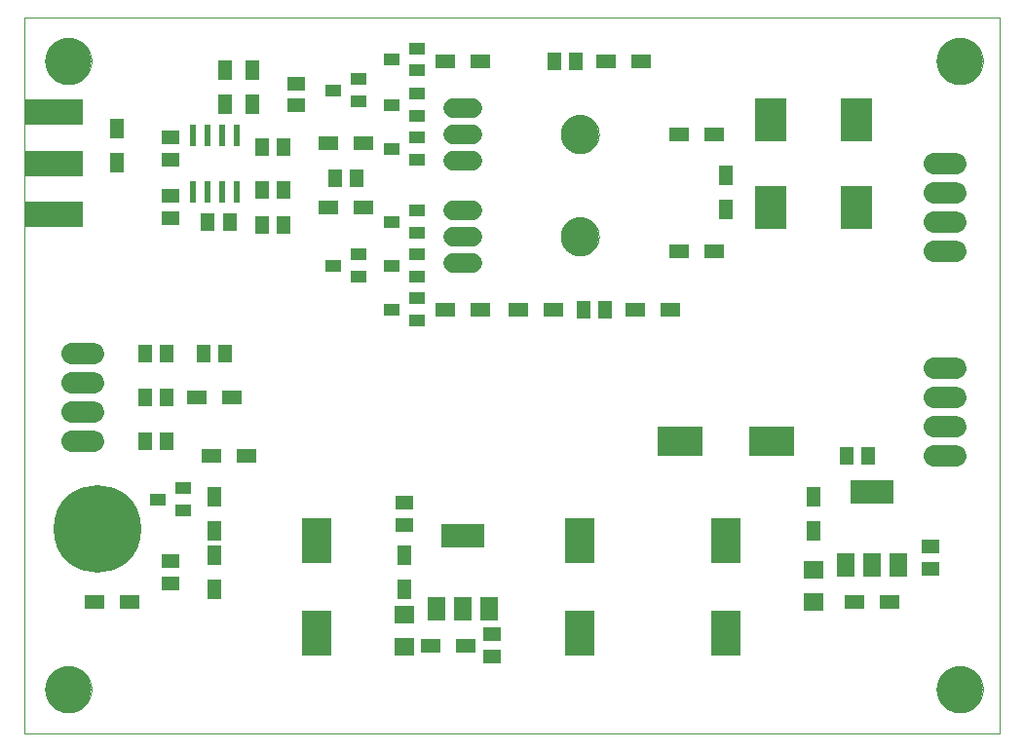
<source format=gts>
G75*
%MOIN*%
%OFA0B0*%
%FSLAX25Y25*%
%IPPOS*%
%LPD*%
%AMOC8*
5,1,8,0,0,1.08239X$1,22.5*
%
%ADD10C,0.00000*%
%ADD11C,0.15748*%
%ADD12R,0.05118X0.05906*%
%ADD13R,0.05906X0.05118*%
%ADD14R,0.07087X0.04724*%
%ADD15R,0.04724X0.07087*%
%ADD16R,0.05512X0.03937*%
%ADD17C,0.06600*%
%ADD18C,0.13000*%
%ADD19R,0.02200X0.07800*%
%ADD20R,0.20000X0.09000*%
%ADD21R,0.15748X0.09843*%
%ADD22R,0.09843X0.15748*%
%ADD23C,0.07400*%
%ADD24R,0.07087X0.06299*%
%ADD25R,0.05906X0.07874*%
%ADD26R,0.14961X0.07874*%
%ADD27R,0.11024X0.14961*%
%ADD28C,0.30000*%
D10*
X0098342Y0038933D02*
X0098342Y0283894D01*
X0432043Y0283894D01*
X0432043Y0038933D01*
X0098342Y0038933D01*
X0105468Y0053933D02*
X0105470Y0054126D01*
X0105477Y0054319D01*
X0105489Y0054512D01*
X0105506Y0054705D01*
X0105527Y0054897D01*
X0105553Y0055088D01*
X0105584Y0055279D01*
X0105619Y0055469D01*
X0105659Y0055658D01*
X0105704Y0055846D01*
X0105753Y0056033D01*
X0105807Y0056219D01*
X0105865Y0056403D01*
X0105928Y0056586D01*
X0105996Y0056767D01*
X0106067Y0056946D01*
X0106144Y0057124D01*
X0106224Y0057300D01*
X0106309Y0057473D01*
X0106398Y0057645D01*
X0106491Y0057814D01*
X0106588Y0057981D01*
X0106690Y0058146D01*
X0106795Y0058308D01*
X0106904Y0058467D01*
X0107018Y0058624D01*
X0107135Y0058777D01*
X0107255Y0058928D01*
X0107380Y0059076D01*
X0107508Y0059221D01*
X0107639Y0059362D01*
X0107774Y0059501D01*
X0107913Y0059636D01*
X0108054Y0059767D01*
X0108199Y0059895D01*
X0108347Y0060020D01*
X0108498Y0060140D01*
X0108651Y0060257D01*
X0108808Y0060371D01*
X0108967Y0060480D01*
X0109129Y0060585D01*
X0109294Y0060687D01*
X0109461Y0060784D01*
X0109630Y0060877D01*
X0109802Y0060966D01*
X0109975Y0061051D01*
X0110151Y0061131D01*
X0110329Y0061208D01*
X0110508Y0061279D01*
X0110689Y0061347D01*
X0110872Y0061410D01*
X0111056Y0061468D01*
X0111242Y0061522D01*
X0111429Y0061571D01*
X0111617Y0061616D01*
X0111806Y0061656D01*
X0111996Y0061691D01*
X0112187Y0061722D01*
X0112378Y0061748D01*
X0112570Y0061769D01*
X0112763Y0061786D01*
X0112956Y0061798D01*
X0113149Y0061805D01*
X0113342Y0061807D01*
X0113535Y0061805D01*
X0113728Y0061798D01*
X0113921Y0061786D01*
X0114114Y0061769D01*
X0114306Y0061748D01*
X0114497Y0061722D01*
X0114688Y0061691D01*
X0114878Y0061656D01*
X0115067Y0061616D01*
X0115255Y0061571D01*
X0115442Y0061522D01*
X0115628Y0061468D01*
X0115812Y0061410D01*
X0115995Y0061347D01*
X0116176Y0061279D01*
X0116355Y0061208D01*
X0116533Y0061131D01*
X0116709Y0061051D01*
X0116882Y0060966D01*
X0117054Y0060877D01*
X0117223Y0060784D01*
X0117390Y0060687D01*
X0117555Y0060585D01*
X0117717Y0060480D01*
X0117876Y0060371D01*
X0118033Y0060257D01*
X0118186Y0060140D01*
X0118337Y0060020D01*
X0118485Y0059895D01*
X0118630Y0059767D01*
X0118771Y0059636D01*
X0118910Y0059501D01*
X0119045Y0059362D01*
X0119176Y0059221D01*
X0119304Y0059076D01*
X0119429Y0058928D01*
X0119549Y0058777D01*
X0119666Y0058624D01*
X0119780Y0058467D01*
X0119889Y0058308D01*
X0119994Y0058146D01*
X0120096Y0057981D01*
X0120193Y0057814D01*
X0120286Y0057645D01*
X0120375Y0057473D01*
X0120460Y0057300D01*
X0120540Y0057124D01*
X0120617Y0056946D01*
X0120688Y0056767D01*
X0120756Y0056586D01*
X0120819Y0056403D01*
X0120877Y0056219D01*
X0120931Y0056033D01*
X0120980Y0055846D01*
X0121025Y0055658D01*
X0121065Y0055469D01*
X0121100Y0055279D01*
X0121131Y0055088D01*
X0121157Y0054897D01*
X0121178Y0054705D01*
X0121195Y0054512D01*
X0121207Y0054319D01*
X0121214Y0054126D01*
X0121216Y0053933D01*
X0121214Y0053740D01*
X0121207Y0053547D01*
X0121195Y0053354D01*
X0121178Y0053161D01*
X0121157Y0052969D01*
X0121131Y0052778D01*
X0121100Y0052587D01*
X0121065Y0052397D01*
X0121025Y0052208D01*
X0120980Y0052020D01*
X0120931Y0051833D01*
X0120877Y0051647D01*
X0120819Y0051463D01*
X0120756Y0051280D01*
X0120688Y0051099D01*
X0120617Y0050920D01*
X0120540Y0050742D01*
X0120460Y0050566D01*
X0120375Y0050393D01*
X0120286Y0050221D01*
X0120193Y0050052D01*
X0120096Y0049885D01*
X0119994Y0049720D01*
X0119889Y0049558D01*
X0119780Y0049399D01*
X0119666Y0049242D01*
X0119549Y0049089D01*
X0119429Y0048938D01*
X0119304Y0048790D01*
X0119176Y0048645D01*
X0119045Y0048504D01*
X0118910Y0048365D01*
X0118771Y0048230D01*
X0118630Y0048099D01*
X0118485Y0047971D01*
X0118337Y0047846D01*
X0118186Y0047726D01*
X0118033Y0047609D01*
X0117876Y0047495D01*
X0117717Y0047386D01*
X0117555Y0047281D01*
X0117390Y0047179D01*
X0117223Y0047082D01*
X0117054Y0046989D01*
X0116882Y0046900D01*
X0116709Y0046815D01*
X0116533Y0046735D01*
X0116355Y0046658D01*
X0116176Y0046587D01*
X0115995Y0046519D01*
X0115812Y0046456D01*
X0115628Y0046398D01*
X0115442Y0046344D01*
X0115255Y0046295D01*
X0115067Y0046250D01*
X0114878Y0046210D01*
X0114688Y0046175D01*
X0114497Y0046144D01*
X0114306Y0046118D01*
X0114114Y0046097D01*
X0113921Y0046080D01*
X0113728Y0046068D01*
X0113535Y0046061D01*
X0113342Y0046059D01*
X0113149Y0046061D01*
X0112956Y0046068D01*
X0112763Y0046080D01*
X0112570Y0046097D01*
X0112378Y0046118D01*
X0112187Y0046144D01*
X0111996Y0046175D01*
X0111806Y0046210D01*
X0111617Y0046250D01*
X0111429Y0046295D01*
X0111242Y0046344D01*
X0111056Y0046398D01*
X0110872Y0046456D01*
X0110689Y0046519D01*
X0110508Y0046587D01*
X0110329Y0046658D01*
X0110151Y0046735D01*
X0109975Y0046815D01*
X0109802Y0046900D01*
X0109630Y0046989D01*
X0109461Y0047082D01*
X0109294Y0047179D01*
X0109129Y0047281D01*
X0108967Y0047386D01*
X0108808Y0047495D01*
X0108651Y0047609D01*
X0108498Y0047726D01*
X0108347Y0047846D01*
X0108199Y0047971D01*
X0108054Y0048099D01*
X0107913Y0048230D01*
X0107774Y0048365D01*
X0107639Y0048504D01*
X0107508Y0048645D01*
X0107380Y0048790D01*
X0107255Y0048938D01*
X0107135Y0049089D01*
X0107018Y0049242D01*
X0106904Y0049399D01*
X0106795Y0049558D01*
X0106690Y0049720D01*
X0106588Y0049885D01*
X0106491Y0050052D01*
X0106398Y0050221D01*
X0106309Y0050393D01*
X0106224Y0050566D01*
X0106144Y0050742D01*
X0106067Y0050920D01*
X0105996Y0051099D01*
X0105928Y0051280D01*
X0105865Y0051463D01*
X0105807Y0051647D01*
X0105753Y0051833D01*
X0105704Y0052020D01*
X0105659Y0052208D01*
X0105619Y0052397D01*
X0105584Y0052587D01*
X0105553Y0052778D01*
X0105527Y0052969D01*
X0105506Y0053161D01*
X0105489Y0053354D01*
X0105477Y0053547D01*
X0105470Y0053740D01*
X0105468Y0053933D01*
X0281842Y0208933D02*
X0281844Y0209094D01*
X0281850Y0209254D01*
X0281860Y0209415D01*
X0281874Y0209575D01*
X0281892Y0209735D01*
X0281913Y0209894D01*
X0281939Y0210053D01*
X0281969Y0210211D01*
X0282002Y0210368D01*
X0282040Y0210525D01*
X0282081Y0210680D01*
X0282126Y0210834D01*
X0282175Y0210987D01*
X0282228Y0211139D01*
X0282284Y0211290D01*
X0282345Y0211439D01*
X0282408Y0211587D01*
X0282476Y0211733D01*
X0282547Y0211877D01*
X0282621Y0212019D01*
X0282699Y0212160D01*
X0282781Y0212298D01*
X0282866Y0212435D01*
X0282954Y0212569D01*
X0283046Y0212701D01*
X0283141Y0212831D01*
X0283239Y0212959D01*
X0283340Y0213084D01*
X0283444Y0213206D01*
X0283551Y0213326D01*
X0283661Y0213443D01*
X0283774Y0213558D01*
X0283890Y0213669D01*
X0284009Y0213778D01*
X0284130Y0213883D01*
X0284254Y0213986D01*
X0284380Y0214086D01*
X0284508Y0214182D01*
X0284639Y0214275D01*
X0284773Y0214365D01*
X0284908Y0214452D01*
X0285046Y0214535D01*
X0285185Y0214615D01*
X0285327Y0214691D01*
X0285470Y0214764D01*
X0285615Y0214833D01*
X0285762Y0214899D01*
X0285910Y0214961D01*
X0286060Y0215019D01*
X0286211Y0215074D01*
X0286364Y0215125D01*
X0286518Y0215172D01*
X0286673Y0215215D01*
X0286829Y0215254D01*
X0286985Y0215290D01*
X0287143Y0215321D01*
X0287301Y0215349D01*
X0287460Y0215373D01*
X0287620Y0215393D01*
X0287780Y0215409D01*
X0287940Y0215421D01*
X0288101Y0215429D01*
X0288262Y0215433D01*
X0288422Y0215433D01*
X0288583Y0215429D01*
X0288744Y0215421D01*
X0288904Y0215409D01*
X0289064Y0215393D01*
X0289224Y0215373D01*
X0289383Y0215349D01*
X0289541Y0215321D01*
X0289699Y0215290D01*
X0289855Y0215254D01*
X0290011Y0215215D01*
X0290166Y0215172D01*
X0290320Y0215125D01*
X0290473Y0215074D01*
X0290624Y0215019D01*
X0290774Y0214961D01*
X0290922Y0214899D01*
X0291069Y0214833D01*
X0291214Y0214764D01*
X0291357Y0214691D01*
X0291499Y0214615D01*
X0291638Y0214535D01*
X0291776Y0214452D01*
X0291911Y0214365D01*
X0292045Y0214275D01*
X0292176Y0214182D01*
X0292304Y0214086D01*
X0292430Y0213986D01*
X0292554Y0213883D01*
X0292675Y0213778D01*
X0292794Y0213669D01*
X0292910Y0213558D01*
X0293023Y0213443D01*
X0293133Y0213326D01*
X0293240Y0213206D01*
X0293344Y0213084D01*
X0293445Y0212959D01*
X0293543Y0212831D01*
X0293638Y0212701D01*
X0293730Y0212569D01*
X0293818Y0212435D01*
X0293903Y0212298D01*
X0293985Y0212160D01*
X0294063Y0212019D01*
X0294137Y0211877D01*
X0294208Y0211733D01*
X0294276Y0211587D01*
X0294339Y0211439D01*
X0294400Y0211290D01*
X0294456Y0211139D01*
X0294509Y0210987D01*
X0294558Y0210834D01*
X0294603Y0210680D01*
X0294644Y0210525D01*
X0294682Y0210368D01*
X0294715Y0210211D01*
X0294745Y0210053D01*
X0294771Y0209894D01*
X0294792Y0209735D01*
X0294810Y0209575D01*
X0294824Y0209415D01*
X0294834Y0209254D01*
X0294840Y0209094D01*
X0294842Y0208933D01*
X0294840Y0208772D01*
X0294834Y0208612D01*
X0294824Y0208451D01*
X0294810Y0208291D01*
X0294792Y0208131D01*
X0294771Y0207972D01*
X0294745Y0207813D01*
X0294715Y0207655D01*
X0294682Y0207498D01*
X0294644Y0207341D01*
X0294603Y0207186D01*
X0294558Y0207032D01*
X0294509Y0206879D01*
X0294456Y0206727D01*
X0294400Y0206576D01*
X0294339Y0206427D01*
X0294276Y0206279D01*
X0294208Y0206133D01*
X0294137Y0205989D01*
X0294063Y0205847D01*
X0293985Y0205706D01*
X0293903Y0205568D01*
X0293818Y0205431D01*
X0293730Y0205297D01*
X0293638Y0205165D01*
X0293543Y0205035D01*
X0293445Y0204907D01*
X0293344Y0204782D01*
X0293240Y0204660D01*
X0293133Y0204540D01*
X0293023Y0204423D01*
X0292910Y0204308D01*
X0292794Y0204197D01*
X0292675Y0204088D01*
X0292554Y0203983D01*
X0292430Y0203880D01*
X0292304Y0203780D01*
X0292176Y0203684D01*
X0292045Y0203591D01*
X0291911Y0203501D01*
X0291776Y0203414D01*
X0291638Y0203331D01*
X0291499Y0203251D01*
X0291357Y0203175D01*
X0291214Y0203102D01*
X0291069Y0203033D01*
X0290922Y0202967D01*
X0290774Y0202905D01*
X0290624Y0202847D01*
X0290473Y0202792D01*
X0290320Y0202741D01*
X0290166Y0202694D01*
X0290011Y0202651D01*
X0289855Y0202612D01*
X0289699Y0202576D01*
X0289541Y0202545D01*
X0289383Y0202517D01*
X0289224Y0202493D01*
X0289064Y0202473D01*
X0288904Y0202457D01*
X0288744Y0202445D01*
X0288583Y0202437D01*
X0288422Y0202433D01*
X0288262Y0202433D01*
X0288101Y0202437D01*
X0287940Y0202445D01*
X0287780Y0202457D01*
X0287620Y0202473D01*
X0287460Y0202493D01*
X0287301Y0202517D01*
X0287143Y0202545D01*
X0286985Y0202576D01*
X0286829Y0202612D01*
X0286673Y0202651D01*
X0286518Y0202694D01*
X0286364Y0202741D01*
X0286211Y0202792D01*
X0286060Y0202847D01*
X0285910Y0202905D01*
X0285762Y0202967D01*
X0285615Y0203033D01*
X0285470Y0203102D01*
X0285327Y0203175D01*
X0285185Y0203251D01*
X0285046Y0203331D01*
X0284908Y0203414D01*
X0284773Y0203501D01*
X0284639Y0203591D01*
X0284508Y0203684D01*
X0284380Y0203780D01*
X0284254Y0203880D01*
X0284130Y0203983D01*
X0284009Y0204088D01*
X0283890Y0204197D01*
X0283774Y0204308D01*
X0283661Y0204423D01*
X0283551Y0204540D01*
X0283444Y0204660D01*
X0283340Y0204782D01*
X0283239Y0204907D01*
X0283141Y0205035D01*
X0283046Y0205165D01*
X0282954Y0205297D01*
X0282866Y0205431D01*
X0282781Y0205568D01*
X0282699Y0205706D01*
X0282621Y0205847D01*
X0282547Y0205989D01*
X0282476Y0206133D01*
X0282408Y0206279D01*
X0282345Y0206427D01*
X0282284Y0206576D01*
X0282228Y0206727D01*
X0282175Y0206879D01*
X0282126Y0207032D01*
X0282081Y0207186D01*
X0282040Y0207341D01*
X0282002Y0207498D01*
X0281969Y0207655D01*
X0281939Y0207813D01*
X0281913Y0207972D01*
X0281892Y0208131D01*
X0281874Y0208291D01*
X0281860Y0208451D01*
X0281850Y0208612D01*
X0281844Y0208772D01*
X0281842Y0208933D01*
X0281842Y0243933D02*
X0281844Y0244094D01*
X0281850Y0244254D01*
X0281860Y0244415D01*
X0281874Y0244575D01*
X0281892Y0244735D01*
X0281913Y0244894D01*
X0281939Y0245053D01*
X0281969Y0245211D01*
X0282002Y0245368D01*
X0282040Y0245525D01*
X0282081Y0245680D01*
X0282126Y0245834D01*
X0282175Y0245987D01*
X0282228Y0246139D01*
X0282284Y0246290D01*
X0282345Y0246439D01*
X0282408Y0246587D01*
X0282476Y0246733D01*
X0282547Y0246877D01*
X0282621Y0247019D01*
X0282699Y0247160D01*
X0282781Y0247298D01*
X0282866Y0247435D01*
X0282954Y0247569D01*
X0283046Y0247701D01*
X0283141Y0247831D01*
X0283239Y0247959D01*
X0283340Y0248084D01*
X0283444Y0248206D01*
X0283551Y0248326D01*
X0283661Y0248443D01*
X0283774Y0248558D01*
X0283890Y0248669D01*
X0284009Y0248778D01*
X0284130Y0248883D01*
X0284254Y0248986D01*
X0284380Y0249086D01*
X0284508Y0249182D01*
X0284639Y0249275D01*
X0284773Y0249365D01*
X0284908Y0249452D01*
X0285046Y0249535D01*
X0285185Y0249615D01*
X0285327Y0249691D01*
X0285470Y0249764D01*
X0285615Y0249833D01*
X0285762Y0249899D01*
X0285910Y0249961D01*
X0286060Y0250019D01*
X0286211Y0250074D01*
X0286364Y0250125D01*
X0286518Y0250172D01*
X0286673Y0250215D01*
X0286829Y0250254D01*
X0286985Y0250290D01*
X0287143Y0250321D01*
X0287301Y0250349D01*
X0287460Y0250373D01*
X0287620Y0250393D01*
X0287780Y0250409D01*
X0287940Y0250421D01*
X0288101Y0250429D01*
X0288262Y0250433D01*
X0288422Y0250433D01*
X0288583Y0250429D01*
X0288744Y0250421D01*
X0288904Y0250409D01*
X0289064Y0250393D01*
X0289224Y0250373D01*
X0289383Y0250349D01*
X0289541Y0250321D01*
X0289699Y0250290D01*
X0289855Y0250254D01*
X0290011Y0250215D01*
X0290166Y0250172D01*
X0290320Y0250125D01*
X0290473Y0250074D01*
X0290624Y0250019D01*
X0290774Y0249961D01*
X0290922Y0249899D01*
X0291069Y0249833D01*
X0291214Y0249764D01*
X0291357Y0249691D01*
X0291499Y0249615D01*
X0291638Y0249535D01*
X0291776Y0249452D01*
X0291911Y0249365D01*
X0292045Y0249275D01*
X0292176Y0249182D01*
X0292304Y0249086D01*
X0292430Y0248986D01*
X0292554Y0248883D01*
X0292675Y0248778D01*
X0292794Y0248669D01*
X0292910Y0248558D01*
X0293023Y0248443D01*
X0293133Y0248326D01*
X0293240Y0248206D01*
X0293344Y0248084D01*
X0293445Y0247959D01*
X0293543Y0247831D01*
X0293638Y0247701D01*
X0293730Y0247569D01*
X0293818Y0247435D01*
X0293903Y0247298D01*
X0293985Y0247160D01*
X0294063Y0247019D01*
X0294137Y0246877D01*
X0294208Y0246733D01*
X0294276Y0246587D01*
X0294339Y0246439D01*
X0294400Y0246290D01*
X0294456Y0246139D01*
X0294509Y0245987D01*
X0294558Y0245834D01*
X0294603Y0245680D01*
X0294644Y0245525D01*
X0294682Y0245368D01*
X0294715Y0245211D01*
X0294745Y0245053D01*
X0294771Y0244894D01*
X0294792Y0244735D01*
X0294810Y0244575D01*
X0294824Y0244415D01*
X0294834Y0244254D01*
X0294840Y0244094D01*
X0294842Y0243933D01*
X0294840Y0243772D01*
X0294834Y0243612D01*
X0294824Y0243451D01*
X0294810Y0243291D01*
X0294792Y0243131D01*
X0294771Y0242972D01*
X0294745Y0242813D01*
X0294715Y0242655D01*
X0294682Y0242498D01*
X0294644Y0242341D01*
X0294603Y0242186D01*
X0294558Y0242032D01*
X0294509Y0241879D01*
X0294456Y0241727D01*
X0294400Y0241576D01*
X0294339Y0241427D01*
X0294276Y0241279D01*
X0294208Y0241133D01*
X0294137Y0240989D01*
X0294063Y0240847D01*
X0293985Y0240706D01*
X0293903Y0240568D01*
X0293818Y0240431D01*
X0293730Y0240297D01*
X0293638Y0240165D01*
X0293543Y0240035D01*
X0293445Y0239907D01*
X0293344Y0239782D01*
X0293240Y0239660D01*
X0293133Y0239540D01*
X0293023Y0239423D01*
X0292910Y0239308D01*
X0292794Y0239197D01*
X0292675Y0239088D01*
X0292554Y0238983D01*
X0292430Y0238880D01*
X0292304Y0238780D01*
X0292176Y0238684D01*
X0292045Y0238591D01*
X0291911Y0238501D01*
X0291776Y0238414D01*
X0291638Y0238331D01*
X0291499Y0238251D01*
X0291357Y0238175D01*
X0291214Y0238102D01*
X0291069Y0238033D01*
X0290922Y0237967D01*
X0290774Y0237905D01*
X0290624Y0237847D01*
X0290473Y0237792D01*
X0290320Y0237741D01*
X0290166Y0237694D01*
X0290011Y0237651D01*
X0289855Y0237612D01*
X0289699Y0237576D01*
X0289541Y0237545D01*
X0289383Y0237517D01*
X0289224Y0237493D01*
X0289064Y0237473D01*
X0288904Y0237457D01*
X0288744Y0237445D01*
X0288583Y0237437D01*
X0288422Y0237433D01*
X0288262Y0237433D01*
X0288101Y0237437D01*
X0287940Y0237445D01*
X0287780Y0237457D01*
X0287620Y0237473D01*
X0287460Y0237493D01*
X0287301Y0237517D01*
X0287143Y0237545D01*
X0286985Y0237576D01*
X0286829Y0237612D01*
X0286673Y0237651D01*
X0286518Y0237694D01*
X0286364Y0237741D01*
X0286211Y0237792D01*
X0286060Y0237847D01*
X0285910Y0237905D01*
X0285762Y0237967D01*
X0285615Y0238033D01*
X0285470Y0238102D01*
X0285327Y0238175D01*
X0285185Y0238251D01*
X0285046Y0238331D01*
X0284908Y0238414D01*
X0284773Y0238501D01*
X0284639Y0238591D01*
X0284508Y0238684D01*
X0284380Y0238780D01*
X0284254Y0238880D01*
X0284130Y0238983D01*
X0284009Y0239088D01*
X0283890Y0239197D01*
X0283774Y0239308D01*
X0283661Y0239423D01*
X0283551Y0239540D01*
X0283444Y0239660D01*
X0283340Y0239782D01*
X0283239Y0239907D01*
X0283141Y0240035D01*
X0283046Y0240165D01*
X0282954Y0240297D01*
X0282866Y0240431D01*
X0282781Y0240568D01*
X0282699Y0240706D01*
X0282621Y0240847D01*
X0282547Y0240989D01*
X0282476Y0241133D01*
X0282408Y0241279D01*
X0282345Y0241427D01*
X0282284Y0241576D01*
X0282228Y0241727D01*
X0282175Y0241879D01*
X0282126Y0242032D01*
X0282081Y0242186D01*
X0282040Y0242341D01*
X0282002Y0242498D01*
X0281969Y0242655D01*
X0281939Y0242813D01*
X0281913Y0242972D01*
X0281892Y0243131D01*
X0281874Y0243291D01*
X0281860Y0243451D01*
X0281850Y0243612D01*
X0281844Y0243772D01*
X0281842Y0243933D01*
X0410468Y0268933D02*
X0410470Y0269126D01*
X0410477Y0269319D01*
X0410489Y0269512D01*
X0410506Y0269705D01*
X0410527Y0269897D01*
X0410553Y0270088D01*
X0410584Y0270279D01*
X0410619Y0270469D01*
X0410659Y0270658D01*
X0410704Y0270846D01*
X0410753Y0271033D01*
X0410807Y0271219D01*
X0410865Y0271403D01*
X0410928Y0271586D01*
X0410996Y0271767D01*
X0411067Y0271946D01*
X0411144Y0272124D01*
X0411224Y0272300D01*
X0411309Y0272473D01*
X0411398Y0272645D01*
X0411491Y0272814D01*
X0411588Y0272981D01*
X0411690Y0273146D01*
X0411795Y0273308D01*
X0411904Y0273467D01*
X0412018Y0273624D01*
X0412135Y0273777D01*
X0412255Y0273928D01*
X0412380Y0274076D01*
X0412508Y0274221D01*
X0412639Y0274362D01*
X0412774Y0274501D01*
X0412913Y0274636D01*
X0413054Y0274767D01*
X0413199Y0274895D01*
X0413347Y0275020D01*
X0413498Y0275140D01*
X0413651Y0275257D01*
X0413808Y0275371D01*
X0413967Y0275480D01*
X0414129Y0275585D01*
X0414294Y0275687D01*
X0414461Y0275784D01*
X0414630Y0275877D01*
X0414802Y0275966D01*
X0414975Y0276051D01*
X0415151Y0276131D01*
X0415329Y0276208D01*
X0415508Y0276279D01*
X0415689Y0276347D01*
X0415872Y0276410D01*
X0416056Y0276468D01*
X0416242Y0276522D01*
X0416429Y0276571D01*
X0416617Y0276616D01*
X0416806Y0276656D01*
X0416996Y0276691D01*
X0417187Y0276722D01*
X0417378Y0276748D01*
X0417570Y0276769D01*
X0417763Y0276786D01*
X0417956Y0276798D01*
X0418149Y0276805D01*
X0418342Y0276807D01*
X0418535Y0276805D01*
X0418728Y0276798D01*
X0418921Y0276786D01*
X0419114Y0276769D01*
X0419306Y0276748D01*
X0419497Y0276722D01*
X0419688Y0276691D01*
X0419878Y0276656D01*
X0420067Y0276616D01*
X0420255Y0276571D01*
X0420442Y0276522D01*
X0420628Y0276468D01*
X0420812Y0276410D01*
X0420995Y0276347D01*
X0421176Y0276279D01*
X0421355Y0276208D01*
X0421533Y0276131D01*
X0421709Y0276051D01*
X0421882Y0275966D01*
X0422054Y0275877D01*
X0422223Y0275784D01*
X0422390Y0275687D01*
X0422555Y0275585D01*
X0422717Y0275480D01*
X0422876Y0275371D01*
X0423033Y0275257D01*
X0423186Y0275140D01*
X0423337Y0275020D01*
X0423485Y0274895D01*
X0423630Y0274767D01*
X0423771Y0274636D01*
X0423910Y0274501D01*
X0424045Y0274362D01*
X0424176Y0274221D01*
X0424304Y0274076D01*
X0424429Y0273928D01*
X0424549Y0273777D01*
X0424666Y0273624D01*
X0424780Y0273467D01*
X0424889Y0273308D01*
X0424994Y0273146D01*
X0425096Y0272981D01*
X0425193Y0272814D01*
X0425286Y0272645D01*
X0425375Y0272473D01*
X0425460Y0272300D01*
X0425540Y0272124D01*
X0425617Y0271946D01*
X0425688Y0271767D01*
X0425756Y0271586D01*
X0425819Y0271403D01*
X0425877Y0271219D01*
X0425931Y0271033D01*
X0425980Y0270846D01*
X0426025Y0270658D01*
X0426065Y0270469D01*
X0426100Y0270279D01*
X0426131Y0270088D01*
X0426157Y0269897D01*
X0426178Y0269705D01*
X0426195Y0269512D01*
X0426207Y0269319D01*
X0426214Y0269126D01*
X0426216Y0268933D01*
X0426214Y0268740D01*
X0426207Y0268547D01*
X0426195Y0268354D01*
X0426178Y0268161D01*
X0426157Y0267969D01*
X0426131Y0267778D01*
X0426100Y0267587D01*
X0426065Y0267397D01*
X0426025Y0267208D01*
X0425980Y0267020D01*
X0425931Y0266833D01*
X0425877Y0266647D01*
X0425819Y0266463D01*
X0425756Y0266280D01*
X0425688Y0266099D01*
X0425617Y0265920D01*
X0425540Y0265742D01*
X0425460Y0265566D01*
X0425375Y0265393D01*
X0425286Y0265221D01*
X0425193Y0265052D01*
X0425096Y0264885D01*
X0424994Y0264720D01*
X0424889Y0264558D01*
X0424780Y0264399D01*
X0424666Y0264242D01*
X0424549Y0264089D01*
X0424429Y0263938D01*
X0424304Y0263790D01*
X0424176Y0263645D01*
X0424045Y0263504D01*
X0423910Y0263365D01*
X0423771Y0263230D01*
X0423630Y0263099D01*
X0423485Y0262971D01*
X0423337Y0262846D01*
X0423186Y0262726D01*
X0423033Y0262609D01*
X0422876Y0262495D01*
X0422717Y0262386D01*
X0422555Y0262281D01*
X0422390Y0262179D01*
X0422223Y0262082D01*
X0422054Y0261989D01*
X0421882Y0261900D01*
X0421709Y0261815D01*
X0421533Y0261735D01*
X0421355Y0261658D01*
X0421176Y0261587D01*
X0420995Y0261519D01*
X0420812Y0261456D01*
X0420628Y0261398D01*
X0420442Y0261344D01*
X0420255Y0261295D01*
X0420067Y0261250D01*
X0419878Y0261210D01*
X0419688Y0261175D01*
X0419497Y0261144D01*
X0419306Y0261118D01*
X0419114Y0261097D01*
X0418921Y0261080D01*
X0418728Y0261068D01*
X0418535Y0261061D01*
X0418342Y0261059D01*
X0418149Y0261061D01*
X0417956Y0261068D01*
X0417763Y0261080D01*
X0417570Y0261097D01*
X0417378Y0261118D01*
X0417187Y0261144D01*
X0416996Y0261175D01*
X0416806Y0261210D01*
X0416617Y0261250D01*
X0416429Y0261295D01*
X0416242Y0261344D01*
X0416056Y0261398D01*
X0415872Y0261456D01*
X0415689Y0261519D01*
X0415508Y0261587D01*
X0415329Y0261658D01*
X0415151Y0261735D01*
X0414975Y0261815D01*
X0414802Y0261900D01*
X0414630Y0261989D01*
X0414461Y0262082D01*
X0414294Y0262179D01*
X0414129Y0262281D01*
X0413967Y0262386D01*
X0413808Y0262495D01*
X0413651Y0262609D01*
X0413498Y0262726D01*
X0413347Y0262846D01*
X0413199Y0262971D01*
X0413054Y0263099D01*
X0412913Y0263230D01*
X0412774Y0263365D01*
X0412639Y0263504D01*
X0412508Y0263645D01*
X0412380Y0263790D01*
X0412255Y0263938D01*
X0412135Y0264089D01*
X0412018Y0264242D01*
X0411904Y0264399D01*
X0411795Y0264558D01*
X0411690Y0264720D01*
X0411588Y0264885D01*
X0411491Y0265052D01*
X0411398Y0265221D01*
X0411309Y0265393D01*
X0411224Y0265566D01*
X0411144Y0265742D01*
X0411067Y0265920D01*
X0410996Y0266099D01*
X0410928Y0266280D01*
X0410865Y0266463D01*
X0410807Y0266647D01*
X0410753Y0266833D01*
X0410704Y0267020D01*
X0410659Y0267208D01*
X0410619Y0267397D01*
X0410584Y0267587D01*
X0410553Y0267778D01*
X0410527Y0267969D01*
X0410506Y0268161D01*
X0410489Y0268354D01*
X0410477Y0268547D01*
X0410470Y0268740D01*
X0410468Y0268933D01*
X0105468Y0268933D02*
X0105470Y0269126D01*
X0105477Y0269319D01*
X0105489Y0269512D01*
X0105506Y0269705D01*
X0105527Y0269897D01*
X0105553Y0270088D01*
X0105584Y0270279D01*
X0105619Y0270469D01*
X0105659Y0270658D01*
X0105704Y0270846D01*
X0105753Y0271033D01*
X0105807Y0271219D01*
X0105865Y0271403D01*
X0105928Y0271586D01*
X0105996Y0271767D01*
X0106067Y0271946D01*
X0106144Y0272124D01*
X0106224Y0272300D01*
X0106309Y0272473D01*
X0106398Y0272645D01*
X0106491Y0272814D01*
X0106588Y0272981D01*
X0106690Y0273146D01*
X0106795Y0273308D01*
X0106904Y0273467D01*
X0107018Y0273624D01*
X0107135Y0273777D01*
X0107255Y0273928D01*
X0107380Y0274076D01*
X0107508Y0274221D01*
X0107639Y0274362D01*
X0107774Y0274501D01*
X0107913Y0274636D01*
X0108054Y0274767D01*
X0108199Y0274895D01*
X0108347Y0275020D01*
X0108498Y0275140D01*
X0108651Y0275257D01*
X0108808Y0275371D01*
X0108967Y0275480D01*
X0109129Y0275585D01*
X0109294Y0275687D01*
X0109461Y0275784D01*
X0109630Y0275877D01*
X0109802Y0275966D01*
X0109975Y0276051D01*
X0110151Y0276131D01*
X0110329Y0276208D01*
X0110508Y0276279D01*
X0110689Y0276347D01*
X0110872Y0276410D01*
X0111056Y0276468D01*
X0111242Y0276522D01*
X0111429Y0276571D01*
X0111617Y0276616D01*
X0111806Y0276656D01*
X0111996Y0276691D01*
X0112187Y0276722D01*
X0112378Y0276748D01*
X0112570Y0276769D01*
X0112763Y0276786D01*
X0112956Y0276798D01*
X0113149Y0276805D01*
X0113342Y0276807D01*
X0113535Y0276805D01*
X0113728Y0276798D01*
X0113921Y0276786D01*
X0114114Y0276769D01*
X0114306Y0276748D01*
X0114497Y0276722D01*
X0114688Y0276691D01*
X0114878Y0276656D01*
X0115067Y0276616D01*
X0115255Y0276571D01*
X0115442Y0276522D01*
X0115628Y0276468D01*
X0115812Y0276410D01*
X0115995Y0276347D01*
X0116176Y0276279D01*
X0116355Y0276208D01*
X0116533Y0276131D01*
X0116709Y0276051D01*
X0116882Y0275966D01*
X0117054Y0275877D01*
X0117223Y0275784D01*
X0117390Y0275687D01*
X0117555Y0275585D01*
X0117717Y0275480D01*
X0117876Y0275371D01*
X0118033Y0275257D01*
X0118186Y0275140D01*
X0118337Y0275020D01*
X0118485Y0274895D01*
X0118630Y0274767D01*
X0118771Y0274636D01*
X0118910Y0274501D01*
X0119045Y0274362D01*
X0119176Y0274221D01*
X0119304Y0274076D01*
X0119429Y0273928D01*
X0119549Y0273777D01*
X0119666Y0273624D01*
X0119780Y0273467D01*
X0119889Y0273308D01*
X0119994Y0273146D01*
X0120096Y0272981D01*
X0120193Y0272814D01*
X0120286Y0272645D01*
X0120375Y0272473D01*
X0120460Y0272300D01*
X0120540Y0272124D01*
X0120617Y0271946D01*
X0120688Y0271767D01*
X0120756Y0271586D01*
X0120819Y0271403D01*
X0120877Y0271219D01*
X0120931Y0271033D01*
X0120980Y0270846D01*
X0121025Y0270658D01*
X0121065Y0270469D01*
X0121100Y0270279D01*
X0121131Y0270088D01*
X0121157Y0269897D01*
X0121178Y0269705D01*
X0121195Y0269512D01*
X0121207Y0269319D01*
X0121214Y0269126D01*
X0121216Y0268933D01*
X0121214Y0268740D01*
X0121207Y0268547D01*
X0121195Y0268354D01*
X0121178Y0268161D01*
X0121157Y0267969D01*
X0121131Y0267778D01*
X0121100Y0267587D01*
X0121065Y0267397D01*
X0121025Y0267208D01*
X0120980Y0267020D01*
X0120931Y0266833D01*
X0120877Y0266647D01*
X0120819Y0266463D01*
X0120756Y0266280D01*
X0120688Y0266099D01*
X0120617Y0265920D01*
X0120540Y0265742D01*
X0120460Y0265566D01*
X0120375Y0265393D01*
X0120286Y0265221D01*
X0120193Y0265052D01*
X0120096Y0264885D01*
X0119994Y0264720D01*
X0119889Y0264558D01*
X0119780Y0264399D01*
X0119666Y0264242D01*
X0119549Y0264089D01*
X0119429Y0263938D01*
X0119304Y0263790D01*
X0119176Y0263645D01*
X0119045Y0263504D01*
X0118910Y0263365D01*
X0118771Y0263230D01*
X0118630Y0263099D01*
X0118485Y0262971D01*
X0118337Y0262846D01*
X0118186Y0262726D01*
X0118033Y0262609D01*
X0117876Y0262495D01*
X0117717Y0262386D01*
X0117555Y0262281D01*
X0117390Y0262179D01*
X0117223Y0262082D01*
X0117054Y0261989D01*
X0116882Y0261900D01*
X0116709Y0261815D01*
X0116533Y0261735D01*
X0116355Y0261658D01*
X0116176Y0261587D01*
X0115995Y0261519D01*
X0115812Y0261456D01*
X0115628Y0261398D01*
X0115442Y0261344D01*
X0115255Y0261295D01*
X0115067Y0261250D01*
X0114878Y0261210D01*
X0114688Y0261175D01*
X0114497Y0261144D01*
X0114306Y0261118D01*
X0114114Y0261097D01*
X0113921Y0261080D01*
X0113728Y0261068D01*
X0113535Y0261061D01*
X0113342Y0261059D01*
X0113149Y0261061D01*
X0112956Y0261068D01*
X0112763Y0261080D01*
X0112570Y0261097D01*
X0112378Y0261118D01*
X0112187Y0261144D01*
X0111996Y0261175D01*
X0111806Y0261210D01*
X0111617Y0261250D01*
X0111429Y0261295D01*
X0111242Y0261344D01*
X0111056Y0261398D01*
X0110872Y0261456D01*
X0110689Y0261519D01*
X0110508Y0261587D01*
X0110329Y0261658D01*
X0110151Y0261735D01*
X0109975Y0261815D01*
X0109802Y0261900D01*
X0109630Y0261989D01*
X0109461Y0262082D01*
X0109294Y0262179D01*
X0109129Y0262281D01*
X0108967Y0262386D01*
X0108808Y0262495D01*
X0108651Y0262609D01*
X0108498Y0262726D01*
X0108347Y0262846D01*
X0108199Y0262971D01*
X0108054Y0263099D01*
X0107913Y0263230D01*
X0107774Y0263365D01*
X0107639Y0263504D01*
X0107508Y0263645D01*
X0107380Y0263790D01*
X0107255Y0263938D01*
X0107135Y0264089D01*
X0107018Y0264242D01*
X0106904Y0264399D01*
X0106795Y0264558D01*
X0106690Y0264720D01*
X0106588Y0264885D01*
X0106491Y0265052D01*
X0106398Y0265221D01*
X0106309Y0265393D01*
X0106224Y0265566D01*
X0106144Y0265742D01*
X0106067Y0265920D01*
X0105996Y0266099D01*
X0105928Y0266280D01*
X0105865Y0266463D01*
X0105807Y0266647D01*
X0105753Y0266833D01*
X0105704Y0267020D01*
X0105659Y0267208D01*
X0105619Y0267397D01*
X0105584Y0267587D01*
X0105553Y0267778D01*
X0105527Y0267969D01*
X0105506Y0268161D01*
X0105489Y0268354D01*
X0105477Y0268547D01*
X0105470Y0268740D01*
X0105468Y0268933D01*
X0098342Y0255933D02*
X0098342Y0211933D01*
X0410468Y0053933D02*
X0410470Y0054126D01*
X0410477Y0054319D01*
X0410489Y0054512D01*
X0410506Y0054705D01*
X0410527Y0054897D01*
X0410553Y0055088D01*
X0410584Y0055279D01*
X0410619Y0055469D01*
X0410659Y0055658D01*
X0410704Y0055846D01*
X0410753Y0056033D01*
X0410807Y0056219D01*
X0410865Y0056403D01*
X0410928Y0056586D01*
X0410996Y0056767D01*
X0411067Y0056946D01*
X0411144Y0057124D01*
X0411224Y0057300D01*
X0411309Y0057473D01*
X0411398Y0057645D01*
X0411491Y0057814D01*
X0411588Y0057981D01*
X0411690Y0058146D01*
X0411795Y0058308D01*
X0411904Y0058467D01*
X0412018Y0058624D01*
X0412135Y0058777D01*
X0412255Y0058928D01*
X0412380Y0059076D01*
X0412508Y0059221D01*
X0412639Y0059362D01*
X0412774Y0059501D01*
X0412913Y0059636D01*
X0413054Y0059767D01*
X0413199Y0059895D01*
X0413347Y0060020D01*
X0413498Y0060140D01*
X0413651Y0060257D01*
X0413808Y0060371D01*
X0413967Y0060480D01*
X0414129Y0060585D01*
X0414294Y0060687D01*
X0414461Y0060784D01*
X0414630Y0060877D01*
X0414802Y0060966D01*
X0414975Y0061051D01*
X0415151Y0061131D01*
X0415329Y0061208D01*
X0415508Y0061279D01*
X0415689Y0061347D01*
X0415872Y0061410D01*
X0416056Y0061468D01*
X0416242Y0061522D01*
X0416429Y0061571D01*
X0416617Y0061616D01*
X0416806Y0061656D01*
X0416996Y0061691D01*
X0417187Y0061722D01*
X0417378Y0061748D01*
X0417570Y0061769D01*
X0417763Y0061786D01*
X0417956Y0061798D01*
X0418149Y0061805D01*
X0418342Y0061807D01*
X0418535Y0061805D01*
X0418728Y0061798D01*
X0418921Y0061786D01*
X0419114Y0061769D01*
X0419306Y0061748D01*
X0419497Y0061722D01*
X0419688Y0061691D01*
X0419878Y0061656D01*
X0420067Y0061616D01*
X0420255Y0061571D01*
X0420442Y0061522D01*
X0420628Y0061468D01*
X0420812Y0061410D01*
X0420995Y0061347D01*
X0421176Y0061279D01*
X0421355Y0061208D01*
X0421533Y0061131D01*
X0421709Y0061051D01*
X0421882Y0060966D01*
X0422054Y0060877D01*
X0422223Y0060784D01*
X0422390Y0060687D01*
X0422555Y0060585D01*
X0422717Y0060480D01*
X0422876Y0060371D01*
X0423033Y0060257D01*
X0423186Y0060140D01*
X0423337Y0060020D01*
X0423485Y0059895D01*
X0423630Y0059767D01*
X0423771Y0059636D01*
X0423910Y0059501D01*
X0424045Y0059362D01*
X0424176Y0059221D01*
X0424304Y0059076D01*
X0424429Y0058928D01*
X0424549Y0058777D01*
X0424666Y0058624D01*
X0424780Y0058467D01*
X0424889Y0058308D01*
X0424994Y0058146D01*
X0425096Y0057981D01*
X0425193Y0057814D01*
X0425286Y0057645D01*
X0425375Y0057473D01*
X0425460Y0057300D01*
X0425540Y0057124D01*
X0425617Y0056946D01*
X0425688Y0056767D01*
X0425756Y0056586D01*
X0425819Y0056403D01*
X0425877Y0056219D01*
X0425931Y0056033D01*
X0425980Y0055846D01*
X0426025Y0055658D01*
X0426065Y0055469D01*
X0426100Y0055279D01*
X0426131Y0055088D01*
X0426157Y0054897D01*
X0426178Y0054705D01*
X0426195Y0054512D01*
X0426207Y0054319D01*
X0426214Y0054126D01*
X0426216Y0053933D01*
X0426214Y0053740D01*
X0426207Y0053547D01*
X0426195Y0053354D01*
X0426178Y0053161D01*
X0426157Y0052969D01*
X0426131Y0052778D01*
X0426100Y0052587D01*
X0426065Y0052397D01*
X0426025Y0052208D01*
X0425980Y0052020D01*
X0425931Y0051833D01*
X0425877Y0051647D01*
X0425819Y0051463D01*
X0425756Y0051280D01*
X0425688Y0051099D01*
X0425617Y0050920D01*
X0425540Y0050742D01*
X0425460Y0050566D01*
X0425375Y0050393D01*
X0425286Y0050221D01*
X0425193Y0050052D01*
X0425096Y0049885D01*
X0424994Y0049720D01*
X0424889Y0049558D01*
X0424780Y0049399D01*
X0424666Y0049242D01*
X0424549Y0049089D01*
X0424429Y0048938D01*
X0424304Y0048790D01*
X0424176Y0048645D01*
X0424045Y0048504D01*
X0423910Y0048365D01*
X0423771Y0048230D01*
X0423630Y0048099D01*
X0423485Y0047971D01*
X0423337Y0047846D01*
X0423186Y0047726D01*
X0423033Y0047609D01*
X0422876Y0047495D01*
X0422717Y0047386D01*
X0422555Y0047281D01*
X0422390Y0047179D01*
X0422223Y0047082D01*
X0422054Y0046989D01*
X0421882Y0046900D01*
X0421709Y0046815D01*
X0421533Y0046735D01*
X0421355Y0046658D01*
X0421176Y0046587D01*
X0420995Y0046519D01*
X0420812Y0046456D01*
X0420628Y0046398D01*
X0420442Y0046344D01*
X0420255Y0046295D01*
X0420067Y0046250D01*
X0419878Y0046210D01*
X0419688Y0046175D01*
X0419497Y0046144D01*
X0419306Y0046118D01*
X0419114Y0046097D01*
X0418921Y0046080D01*
X0418728Y0046068D01*
X0418535Y0046061D01*
X0418342Y0046059D01*
X0418149Y0046061D01*
X0417956Y0046068D01*
X0417763Y0046080D01*
X0417570Y0046097D01*
X0417378Y0046118D01*
X0417187Y0046144D01*
X0416996Y0046175D01*
X0416806Y0046210D01*
X0416617Y0046250D01*
X0416429Y0046295D01*
X0416242Y0046344D01*
X0416056Y0046398D01*
X0415872Y0046456D01*
X0415689Y0046519D01*
X0415508Y0046587D01*
X0415329Y0046658D01*
X0415151Y0046735D01*
X0414975Y0046815D01*
X0414802Y0046900D01*
X0414630Y0046989D01*
X0414461Y0047082D01*
X0414294Y0047179D01*
X0414129Y0047281D01*
X0413967Y0047386D01*
X0413808Y0047495D01*
X0413651Y0047609D01*
X0413498Y0047726D01*
X0413347Y0047846D01*
X0413199Y0047971D01*
X0413054Y0048099D01*
X0412913Y0048230D01*
X0412774Y0048365D01*
X0412639Y0048504D01*
X0412508Y0048645D01*
X0412380Y0048790D01*
X0412255Y0048938D01*
X0412135Y0049089D01*
X0412018Y0049242D01*
X0411904Y0049399D01*
X0411795Y0049558D01*
X0411690Y0049720D01*
X0411588Y0049885D01*
X0411491Y0050052D01*
X0411398Y0050221D01*
X0411309Y0050393D01*
X0411224Y0050566D01*
X0411144Y0050742D01*
X0411067Y0050920D01*
X0410996Y0051099D01*
X0410928Y0051280D01*
X0410865Y0051463D01*
X0410807Y0051647D01*
X0410753Y0051833D01*
X0410704Y0052020D01*
X0410659Y0052208D01*
X0410619Y0052397D01*
X0410584Y0052587D01*
X0410553Y0052778D01*
X0410527Y0052969D01*
X0410506Y0053161D01*
X0410489Y0053354D01*
X0410477Y0053547D01*
X0410470Y0053740D01*
X0410468Y0053933D01*
D11*
X0418342Y0053933D03*
X0113342Y0053933D03*
X0113342Y0268933D03*
X0418342Y0268933D03*
D12*
X0287082Y0268933D03*
X0279602Y0268933D03*
X0212082Y0228933D03*
X0204602Y0228933D03*
X0187082Y0224933D03*
X0179602Y0224933D03*
X0179602Y0212933D03*
X0187082Y0212933D03*
X0168582Y0213933D03*
X0161102Y0213933D03*
X0179602Y0239433D03*
X0187082Y0239433D03*
X0289602Y0183933D03*
X0297082Y0183933D03*
X0379602Y0133933D03*
X0387082Y0133933D03*
X0167082Y0168933D03*
X0159602Y0168933D03*
X0147082Y0168933D03*
X0139602Y0168933D03*
X0139602Y0153933D03*
X0147082Y0153933D03*
X0147082Y0138933D03*
X0139602Y0138933D03*
D13*
X0148342Y0097673D03*
X0148342Y0090193D03*
X0228342Y0110193D03*
X0228342Y0117673D03*
X0258342Y0072673D03*
X0258342Y0065193D03*
X0408342Y0095193D03*
X0408342Y0102673D03*
X0191342Y0253693D03*
X0191342Y0261173D03*
X0148342Y0242673D03*
X0148342Y0235193D03*
X0148342Y0222673D03*
X0148342Y0215193D03*
D14*
X0202440Y0218933D03*
X0214243Y0218933D03*
X0214243Y0240933D03*
X0202440Y0240933D03*
X0242440Y0268933D03*
X0254243Y0268933D03*
X0297440Y0268933D03*
X0309243Y0268933D03*
X0322440Y0243933D03*
X0334243Y0243933D03*
X0334243Y0203933D03*
X0322440Y0203933D03*
X0319243Y0183933D03*
X0307440Y0183933D03*
X0279243Y0183933D03*
X0267440Y0183933D03*
X0254243Y0183933D03*
X0242440Y0183933D03*
X0169243Y0153933D03*
X0157440Y0153933D03*
X0162440Y0133933D03*
X0174243Y0133933D03*
X0134243Y0083933D03*
X0122440Y0083933D03*
X0237440Y0068933D03*
X0249243Y0068933D03*
X0382440Y0083933D03*
X0394243Y0083933D03*
D15*
X0368342Y0108031D03*
X0368342Y0119835D03*
X0228342Y0099835D03*
X0228342Y0088031D03*
X0163342Y0088031D03*
X0163342Y0099835D03*
X0163342Y0108031D03*
X0163342Y0119835D03*
X0129842Y0234031D03*
X0129842Y0245835D03*
X0166842Y0254031D03*
X0176342Y0254031D03*
X0176342Y0265835D03*
X0166842Y0265835D03*
X0338342Y0229835D03*
X0338342Y0218031D03*
D16*
X0232673Y0217673D03*
X0224011Y0213933D03*
X0232673Y0210193D03*
X0232673Y0202673D03*
X0224011Y0198933D03*
X0232673Y0195193D03*
X0232673Y0187673D03*
X0224011Y0183933D03*
X0232673Y0180193D03*
X0212673Y0195193D03*
X0204011Y0198933D03*
X0212673Y0202673D03*
X0232673Y0235193D03*
X0224011Y0238933D03*
X0232673Y0242673D03*
X0232673Y0250193D03*
X0224011Y0253933D03*
X0232673Y0257673D03*
X0232673Y0265693D03*
X0224011Y0269433D03*
X0232673Y0273173D03*
X0212673Y0262673D03*
X0212673Y0255193D03*
X0204011Y0258933D03*
X0152673Y0122673D03*
X0152673Y0115193D03*
X0144011Y0118933D03*
D17*
X0245042Y0199933D02*
X0251642Y0199933D01*
X0251642Y0208933D02*
X0245042Y0208933D01*
X0245042Y0217933D02*
X0251642Y0217933D01*
X0251642Y0234933D02*
X0245042Y0234933D01*
X0245042Y0243933D02*
X0251642Y0243933D01*
X0251642Y0252933D02*
X0245042Y0252933D01*
D18*
X0288342Y0243933D03*
X0288342Y0208933D03*
D19*
X0170842Y0224233D03*
X0165842Y0224233D03*
X0160842Y0224233D03*
X0155842Y0224233D03*
X0155842Y0243633D03*
X0160842Y0243633D03*
X0165842Y0243633D03*
X0170842Y0243633D03*
D20*
X0108442Y0251333D03*
X0108442Y0233933D03*
X0108442Y0216533D03*
D21*
X0322594Y0138933D03*
X0354090Y0138933D03*
D22*
X0338342Y0104681D03*
X0338342Y0073185D03*
X0288342Y0073185D03*
X0288342Y0104681D03*
X0198342Y0104681D03*
X0198342Y0073185D03*
D23*
X0122042Y0138933D02*
X0114642Y0138933D01*
X0114642Y0148933D02*
X0122042Y0148933D01*
X0122042Y0158933D02*
X0114642Y0158933D01*
X0114642Y0168933D02*
X0122042Y0168933D01*
X0409642Y0163933D02*
X0417042Y0163933D01*
X0417042Y0153933D02*
X0409642Y0153933D01*
X0409642Y0143933D02*
X0417042Y0143933D01*
X0417042Y0133933D02*
X0409642Y0133933D01*
X0409642Y0203933D02*
X0417042Y0203933D01*
X0417042Y0213933D02*
X0409642Y0213933D01*
X0409642Y0223933D02*
X0417042Y0223933D01*
X0417042Y0233933D02*
X0409642Y0233933D01*
D24*
X0368342Y0094957D03*
X0368342Y0083933D03*
X0228342Y0079445D03*
X0228342Y0068421D03*
D25*
X0239287Y0081531D03*
X0248342Y0081531D03*
X0257397Y0081531D03*
X0379287Y0096531D03*
X0388342Y0096531D03*
X0397397Y0096531D03*
D26*
X0388342Y0121335D03*
X0248342Y0106335D03*
D27*
X0353775Y0218933D03*
X0382909Y0218933D03*
X0382909Y0248933D03*
X0353775Y0248933D03*
D28*
X0123342Y0108933D03*
M02*

</source>
